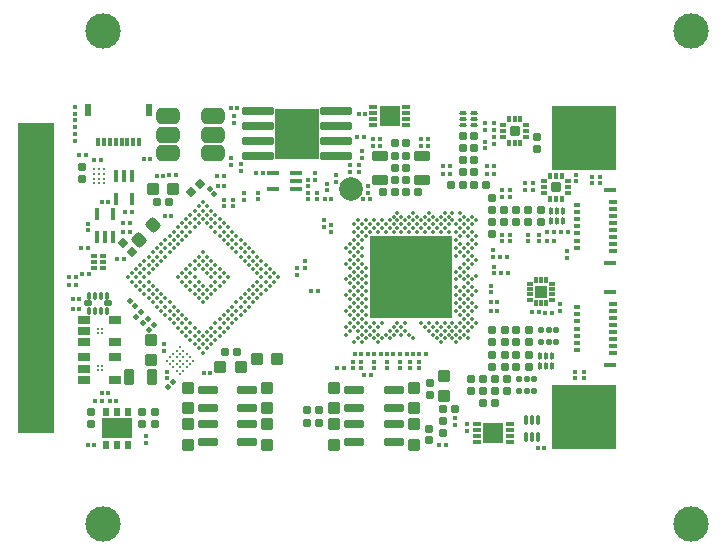
<source format=gbs>
G04*
G04 #@! TF.GenerationSoftware,Altium Limited,Altium Designer,19.1.6 (110)*
G04*
G04 Layer_Color=16711935*
%FSLAX44Y44*%
%MOMM*%
G71*
G01*
G75*
%ADD68R,3.1250X26.2500*%
%ADD78R,2.6000X0.7000*%
%ADD80C,0.2400*%
%ADD81C,0.3000*%
%ADD90C,2.0000*%
%ADD94C,3.0000*%
G04:AMPARAMS|DCode=95|XSize=0.6mm|YSize=0.7mm|CornerRadius=0.1mm|HoleSize=0mm|Usage=FLASHONLY|Rotation=90.000|XOffset=0mm|YOffset=0mm|HoleType=Round|Shape=RoundedRectangle|*
%AMROUNDEDRECTD95*
21,1,0.6000,0.5000,0,0,90.0*
21,1,0.4000,0.7000,0,0,90.0*
1,1,0.2000,0.2500,0.2000*
1,1,0.2000,0.2500,-0.2000*
1,1,0.2000,-0.2500,-0.2000*
1,1,0.2000,-0.2500,0.2000*
%
%ADD95ROUNDEDRECTD95*%
%ADD96R,0.4500X0.4000*%
G04:AMPARAMS|DCode=104|XSize=0.7mm|YSize=0.7mm|CornerRadius=0.11mm|HoleSize=0mm|Usage=FLASHONLY|Rotation=0.000|XOffset=0mm|YOffset=0mm|HoleType=Round|Shape=RoundedRectangle|*
%AMROUNDEDRECTD104*
21,1,0.7000,0.4800,0,0,0.0*
21,1,0.4800,0.7000,0,0,0.0*
1,1,0.2200,0.2400,-0.2400*
1,1,0.2200,-0.2400,-0.2400*
1,1,0.2200,-0.2400,0.2400*
1,1,0.2200,0.2400,0.2400*
%
%ADD104ROUNDEDRECTD104*%
%ADD105R,0.4000X0.4500*%
G04:AMPARAMS|DCode=106|XSize=1.4mm|YSize=0.9mm|CornerRadius=0.15mm|HoleSize=0mm|Usage=FLASHONLY|Rotation=90.000|XOffset=0mm|YOffset=0mm|HoleType=Round|Shape=RoundedRectangle|*
%AMROUNDEDRECTD106*
21,1,1.4000,0.6000,0,0,90.0*
21,1,1.1000,0.9000,0,0,90.0*
1,1,0.3000,0.3000,0.5500*
1,1,0.3000,0.3000,-0.5500*
1,1,0.3000,-0.3000,-0.5500*
1,1,0.3000,-0.3000,0.5500*
%
%ADD106ROUNDEDRECTD106*%
G04:AMPARAMS|DCode=107|XSize=0.4mm|YSize=0.45mm|CornerRadius=0mm|HoleSize=0mm|Usage=FLASHONLY|Rotation=45.000|XOffset=0mm|YOffset=0mm|HoleType=Round|Shape=Rectangle|*
%AMROTATEDRECTD107*
4,1,4,0.0177,-0.3005,-0.3005,0.0177,-0.0177,0.3005,0.3005,-0.0177,0.0177,-0.3005,0.0*
%
%ADD107ROTATEDRECTD107*%

G04:AMPARAMS|DCode=108|XSize=0.7mm|YSize=0.7mm|CornerRadius=0.11mm|HoleSize=0mm|Usage=FLASHONLY|Rotation=270.000|XOffset=0mm|YOffset=0mm|HoleType=Round|Shape=RoundedRectangle|*
%AMROUNDEDRECTD108*
21,1,0.7000,0.4800,0,0,270.0*
21,1,0.4800,0.7000,0,0,270.0*
1,1,0.2200,-0.2400,-0.2400*
1,1,0.2200,-0.2400,0.2400*
1,1,0.2200,0.2400,0.2400*
1,1,0.2200,0.2400,-0.2400*
%
%ADD108ROUNDEDRECTD108*%
G04:AMPARAMS|DCode=109|XSize=1.1mm|YSize=1mm|CornerRadius=0.1625mm|HoleSize=0mm|Usage=FLASHONLY|Rotation=270.000|XOffset=0mm|YOffset=0mm|HoleType=Round|Shape=RoundedRectangle|*
%AMROUNDEDRECTD109*
21,1,1.1000,0.6750,0,0,270.0*
21,1,0.7750,1.0000,0,0,270.0*
1,1,0.3250,-0.3375,-0.3875*
1,1,0.3250,-0.3375,0.3875*
1,1,0.3250,0.3375,0.3875*
1,1,0.3250,0.3375,-0.3875*
%
%ADD109ROUNDEDRECTD109*%
G04:AMPARAMS|DCode=110|XSize=1.1mm|YSize=1mm|CornerRadius=0.1625mm|HoleSize=0mm|Usage=FLASHONLY|Rotation=180.000|XOffset=0mm|YOffset=0mm|HoleType=Round|Shape=RoundedRectangle|*
%AMROUNDEDRECTD110*
21,1,1.1000,0.6750,0,0,180.0*
21,1,0.7750,1.0000,0,0,180.0*
1,1,0.3250,-0.3875,0.3375*
1,1,0.3250,0.3875,0.3375*
1,1,0.3250,0.3875,-0.3375*
1,1,0.3250,-0.3875,-0.3375*
%
%ADD110ROUNDEDRECTD110*%
G04:AMPARAMS|DCode=112|XSize=0.6mm|YSize=0.7mm|CornerRadius=0.1mm|HoleSize=0mm|Usage=FLASHONLY|Rotation=180.000|XOffset=0mm|YOffset=0mm|HoleType=Round|Shape=RoundedRectangle|*
%AMROUNDEDRECTD112*
21,1,0.6000,0.5000,0,0,180.0*
21,1,0.4000,0.7000,0,0,180.0*
1,1,0.2000,-0.2000,0.2500*
1,1,0.2000,0.2000,0.2500*
1,1,0.2000,0.2000,-0.2500*
1,1,0.2000,-0.2000,-0.2500*
%
%ADD112ROUNDEDRECTD112*%
G04:AMPARAMS|DCode=113|XSize=0.4mm|YSize=0.45mm|CornerRadius=0mm|HoleSize=0mm|Usage=FLASHONLY|Rotation=315.000|XOffset=0mm|YOffset=0mm|HoleType=Round|Shape=Rectangle|*
%AMROTATEDRECTD113*
4,1,4,-0.3005,-0.0177,0.0177,0.3005,0.3005,0.0177,-0.0177,-0.3005,-0.3005,-0.0177,0.0*
%
%ADD113ROTATEDRECTD113*%

%ADD114R,0.6000X0.8000*%
%ADD115R,2.6000X1.8000*%
G04:AMPARAMS|DCode=119|XSize=1.1mm|YSize=1.1mm|CornerRadius=0.2mm|HoleSize=0mm|Usage=FLASHONLY|Rotation=180.000|XOffset=0mm|YOffset=0mm|HoleType=Round|Shape=RoundedRectangle|*
%AMROUNDEDRECTD119*
21,1,1.1000,0.7000,0,0,180.0*
21,1,0.7000,1.1000,0,0,180.0*
1,1,0.4000,-0.3500,0.3500*
1,1,0.4000,0.3500,0.3500*
1,1,0.4000,0.3500,-0.3500*
1,1,0.4000,-0.3500,-0.3500*
%
%ADD119ROUNDEDRECTD119*%
%ADD120R,0.3000X0.4950*%
%ADD121R,0.4950X0.3000*%
G04:AMPARAMS|DCode=122|XSize=0.33mm|YSize=0.63mm|CornerRadius=0.1025mm|HoleSize=0mm|Usage=FLASHONLY|Rotation=0.000|XOffset=0mm|YOffset=0mm|HoleType=Round|Shape=RoundedRectangle|*
%AMROUNDEDRECTD122*
21,1,0.3300,0.4250,0,0,0.0*
21,1,0.1250,0.6300,0,0,0.0*
1,1,0.2050,0.0625,-0.2125*
1,1,0.2050,-0.0625,-0.2125*
1,1,0.2050,-0.0625,0.2125*
1,1,0.2050,0.0625,0.2125*
%
%ADD122ROUNDEDRECTD122*%
G04:AMPARAMS|DCode=124|XSize=0.6mm|YSize=0.7mm|CornerRadius=0.1mm|HoleSize=0mm|Usage=FLASHONLY|Rotation=45.000|XOffset=0mm|YOffset=0mm|HoleType=Round|Shape=RoundedRectangle|*
%AMROUNDEDRECTD124*
21,1,0.6000,0.5000,0,0,45.0*
21,1,0.4000,0.7000,0,0,45.0*
1,1,0.2000,0.3182,-0.0354*
1,1,0.2000,0.0354,-0.3182*
1,1,0.2000,-0.3182,0.0354*
1,1,0.2000,-0.0354,0.3182*
%
%ADD124ROUNDEDRECTD124*%
%ADD125R,5.5000X5.5000*%
%ADD140C,0.3500*%
%ADD173R,7.0000X7.0000*%
%ADD174R,1.8000X1.8000*%
%ADD175R,0.7400X0.3900*%
G04:AMPARAMS|DCode=176|XSize=0.65mm|YSize=2.7mm|CornerRadius=0.1875mm|HoleSize=0mm|Usage=FLASHONLY|Rotation=90.000|XOffset=0mm|YOffset=0mm|HoleType=Round|Shape=RoundedRectangle|*
%AMROUNDEDRECTD176*
21,1,0.6500,2.3250,0,0,90.0*
21,1,0.2750,2.7000,0,0,90.0*
1,1,0.3750,1.1625,0.1375*
1,1,0.3750,1.1625,-0.1375*
1,1,0.3750,-1.1625,-0.1375*
1,1,0.3750,-1.1625,0.1375*
%
%ADD176ROUNDEDRECTD176*%
%ADD177R,3.7000X4.3000*%
%ADD178R,0.6250X0.3500*%
G04:AMPARAMS|DCode=179|XSize=0.75mm|YSize=0.45mm|CornerRadius=0.1375mm|HoleSize=0mm|Usage=FLASHONLY|Rotation=180.000|XOffset=0mm|YOffset=0mm|HoleType=Round|Shape=RoundedRectangle|*
%AMROUNDEDRECTD179*
21,1,0.7500,0.1750,0,0,180.0*
21,1,0.4750,0.4500,0,0,180.0*
1,1,0.2750,-0.2375,0.0875*
1,1,0.2750,0.2375,0.0875*
1,1,0.2750,0.2375,-0.0875*
1,1,0.2750,-0.2375,-0.0875*
%
%ADD179ROUNDEDRECTD179*%
G04:AMPARAMS|DCode=180|XSize=0.65mm|YSize=0.4mm|CornerRadius=0.125mm|HoleSize=0mm|Usage=FLASHONLY|Rotation=270.000|XOffset=0mm|YOffset=0mm|HoleType=Round|Shape=RoundedRectangle|*
%AMROUNDEDRECTD180*
21,1,0.6500,0.1500,0,0,270.0*
21,1,0.4000,0.4000,0,0,270.0*
1,1,0.2500,-0.0750,-0.2000*
1,1,0.2500,-0.0750,0.2000*
1,1,0.2500,0.0750,0.2000*
1,1,0.2500,0.0750,-0.2000*
%
%ADD180ROUNDEDRECTD180*%
G04:AMPARAMS|DCode=181|XSize=0.65mm|YSize=0.35mm|CornerRadius=0.1125mm|HoleSize=0mm|Usage=FLASHONLY|Rotation=270.000|XOffset=0mm|YOffset=0mm|HoleType=Round|Shape=RoundedRectangle|*
%AMROUNDEDRECTD181*
21,1,0.6500,0.1250,0,0,270.0*
21,1,0.4250,0.3500,0,0,270.0*
1,1,0.2250,-0.0625,-0.2125*
1,1,0.2250,-0.0625,0.2125*
1,1,0.2250,0.0625,0.2125*
1,1,0.2250,0.0625,-0.2125*
%
%ADD181ROUNDEDRECTD181*%
%ADD182R,0.4000X0.8000*%
%ADD183R,0.5000X1.1000*%
%ADD184R,0.6000X0.4000*%
%ADD185R,0.8000X0.4000*%
%ADD186R,1.1000X0.4500*%
G04:AMPARAMS|DCode=187|XSize=1.7mm|YSize=0.6mm|CornerRadius=0.125mm|HoleSize=0mm|Usage=FLASHONLY|Rotation=0.000|XOffset=0mm|YOffset=0mm|HoleType=Round|Shape=RoundedRectangle|*
%AMROUNDEDRECTD187*
21,1,1.7000,0.3500,0,0,0.0*
21,1,1.4500,0.6000,0,0,0.0*
1,1,0.2500,0.7250,-0.1750*
1,1,0.2500,-0.7250,-0.1750*
1,1,0.2500,-0.7250,0.1750*
1,1,0.2500,0.7250,0.1750*
%
%ADD187ROUNDEDRECTD187*%
G04:AMPARAMS|DCode=188|XSize=1.4mm|YSize=0.9mm|CornerRadius=0.15mm|HoleSize=0mm|Usage=FLASHONLY|Rotation=0.000|XOffset=0mm|YOffset=0mm|HoleType=Round|Shape=RoundedRectangle|*
%AMROUNDEDRECTD188*
21,1,1.4000,0.6000,0,0,0.0*
21,1,1.1000,0.9000,0,0,0.0*
1,1,0.3000,0.5500,-0.3000*
1,1,0.3000,-0.5500,-0.3000*
1,1,0.3000,-0.5500,0.3000*
1,1,0.3000,0.5500,0.3000*
%
%ADD188ROUNDEDRECTD188*%
G04:AMPARAMS|DCode=189|XSize=0.3mm|YSize=0.55mm|CornerRadius=0.08mm|HoleSize=0mm|Usage=FLASHONLY|Rotation=90.000|XOffset=0mm|YOffset=0mm|HoleType=Round|Shape=RoundedRectangle|*
%AMROUNDEDRECTD189*
21,1,0.3000,0.3900,0,0,90.0*
21,1,0.1400,0.5500,0,0,90.0*
1,1,0.1600,0.1950,0.0700*
1,1,0.1600,0.1950,-0.0700*
1,1,0.1600,-0.1950,-0.0700*
1,1,0.1600,-0.1950,0.0700*
%
%ADD189ROUNDEDRECTD189*%
G04:AMPARAMS|DCode=190|XSize=0.3mm|YSize=0.55mm|CornerRadius=0.08mm|HoleSize=0mm|Usage=FLASHONLY|Rotation=0.000|XOffset=0mm|YOffset=0mm|HoleType=Round|Shape=RoundedRectangle|*
%AMROUNDEDRECTD190*
21,1,0.3000,0.3900,0,0,0.0*
21,1,0.1400,0.5500,0,0,0.0*
1,1,0.1600,0.0700,-0.1950*
1,1,0.1600,-0.0700,-0.1950*
1,1,0.1600,-0.0700,0.1950*
1,1,0.1600,0.0700,0.1950*
%
%ADD190ROUNDEDRECTD190*%
G04:AMPARAMS|DCode=191|XSize=0.9mm|YSize=0.9mm|CornerRadius=0.17mm|HoleSize=0mm|Usage=FLASHONLY|Rotation=180.000|XOffset=0mm|YOffset=0mm|HoleType=Round|Shape=RoundedRectangle|*
%AMROUNDEDRECTD191*
21,1,0.9000,0.5600,0,0,180.0*
21,1,0.5600,0.9000,0,0,180.0*
1,1,0.3400,-0.2800,0.2800*
1,1,0.3400,0.2800,0.2800*
1,1,0.3400,0.2800,-0.2800*
1,1,0.3400,-0.2800,-0.2800*
%
%ADD191ROUNDEDRECTD191*%
G04:AMPARAMS|DCode=192|XSize=0.55mm|YSize=0.45mm|CornerRadius=0.1025mm|HoleSize=0mm|Usage=FLASHONLY|Rotation=180.000|XOffset=0mm|YOffset=0mm|HoleType=Round|Shape=RoundedRectangle|*
%AMROUNDEDRECTD192*
21,1,0.5500,0.2450,0,0,180.0*
21,1,0.3450,0.4500,0,0,180.0*
1,1,0.2050,-0.1725,0.1225*
1,1,0.2050,0.1725,0.1225*
1,1,0.2050,0.1725,-0.1225*
1,1,0.2050,-0.1725,-0.1225*
%
%ADD192ROUNDEDRECTD192*%
%ADD193C,0.3000*%
G04:AMPARAMS|DCode=194|XSize=1.4mm|YSize=1.95mm|CornerRadius=0.375mm|HoleSize=0mm|Usage=FLASHONLY|Rotation=270.000|XOffset=0mm|YOffset=0mm|HoleType=Round|Shape=RoundedRectangle|*
%AMROUNDEDRECTD194*
21,1,1.4000,1.2000,0,0,270.0*
21,1,0.6500,1.9500,0,0,270.0*
1,1,0.7500,-0.6000,-0.3250*
1,1,0.7500,-0.6000,0.3250*
1,1,0.7500,0.6000,0.3250*
1,1,0.7500,0.6000,-0.3250*
%
%ADD194ROUNDEDRECTD194*%
%ADD195R,0.4600X1.1000*%
G04:AMPARAMS|DCode=196|XSize=0.4mm|YSize=0.8mm|CornerRadius=0.125mm|HoleSize=0mm|Usage=FLASHONLY|Rotation=180.000|XOffset=0mm|YOffset=0mm|HoleType=Round|Shape=RoundedRectangle|*
%AMROUNDEDRECTD196*
21,1,0.4000,0.5500,0,0,180.0*
21,1,0.1500,0.8000,0,0,180.0*
1,1,0.2500,-0.0750,0.2750*
1,1,0.2500,0.0750,0.2750*
1,1,0.2500,0.0750,-0.2750*
1,1,0.2500,-0.0750,-0.2750*
%
%ADD196ROUNDEDRECTD196*%
%ADD197R,1.1000X0.4600*%
G04:AMPARAMS|DCode=198|XSize=1.1mm|YSize=1mm|CornerRadius=0.1625mm|HoleSize=0mm|Usage=FLASHONLY|Rotation=315.000|XOffset=0mm|YOffset=0mm|HoleType=Round|Shape=RoundedRectangle|*
%AMROUNDEDRECTD198*
21,1,1.1000,0.6750,0,0,315.0*
21,1,0.7750,1.0000,0,0,315.0*
1,1,0.3250,0.0354,-0.5127*
1,1,0.3250,-0.5127,0.0354*
1,1,0.3250,-0.0354,0.5127*
1,1,0.3250,0.5127,-0.0354*
%
%ADD198ROUNDEDRECTD198*%
G04:AMPARAMS|DCode=199|XSize=0.6mm|YSize=0.7mm|CornerRadius=0.1mm|HoleSize=0mm|Usage=FLASHONLY|Rotation=135.000|XOffset=0mm|YOffset=0mm|HoleType=Round|Shape=RoundedRectangle|*
%AMROUNDEDRECTD199*
21,1,0.6000,0.5000,0,0,135.0*
21,1,0.4000,0.7000,0,0,135.0*
1,1,0.2000,0.0354,0.3182*
1,1,0.2000,0.3182,0.0354*
1,1,0.2000,-0.0354,-0.3182*
1,1,0.2000,-0.3182,-0.0354*
%
%ADD199ROUNDEDRECTD199*%
G04:AMPARAMS|DCode=200|XSize=0.33mm|YSize=0.63mm|CornerRadius=0.1025mm|HoleSize=0mm|Usage=FLASHONLY|Rotation=90.000|XOffset=0mm|YOffset=0mm|HoleType=Round|Shape=RoundedRectangle|*
%AMROUNDEDRECTD200*
21,1,0.3300,0.4250,0,0,90.0*
21,1,0.1250,0.6300,0,0,90.0*
1,1,0.2050,0.2125,0.0625*
1,1,0.2050,0.2125,-0.0625*
1,1,0.2050,-0.2125,-0.0625*
1,1,0.2050,-0.2125,0.0625*
%
%ADD200ROUNDEDRECTD200*%
G04:AMPARAMS|DCode=201|XSize=0.7mm|YSize=1.1mm|CornerRadius=0.125mm|HoleSize=0mm|Usage=FLASHONLY|Rotation=90.000|XOffset=0mm|YOffset=0mm|HoleType=Round|Shape=RoundedRectangle|*
%AMROUNDEDRECTD201*
21,1,0.7000,0.8500,0,0,90.0*
21,1,0.4500,1.1000,0,0,90.0*
1,1,0.2500,0.4250,0.2250*
1,1,0.2500,0.4250,-0.2250*
1,1,0.2500,-0.4250,-0.2250*
1,1,0.2500,-0.4250,0.2250*
%
%ADD201ROUNDEDRECTD201*%
D68*
X-26875Y148250D02*
D03*
D78*
X-25000Y262497D02*
D03*
Y254497D02*
D03*
X-25000Y246497D02*
D03*
Y238497D02*
D03*
Y230497D02*
D03*
Y222497D02*
D03*
X-25000Y214497D02*
D03*
Y206497D02*
D03*
X-25000Y166497D02*
D03*
X-25000Y158497D02*
D03*
Y150497D02*
D03*
Y142497D02*
D03*
Y134497D02*
D03*
Y126497D02*
D03*
Y118497D02*
D03*
Y110497D02*
D03*
Y102497D02*
D03*
Y94497D02*
D03*
Y86497D02*
D03*
Y78497D02*
D03*
Y70497D02*
D03*
Y62497D02*
D03*
Y54497D02*
D03*
X-25000Y46497D02*
D03*
Y38497D02*
D03*
Y30497D02*
D03*
D80*
X25500Y69750D02*
D03*
X29000D02*
D03*
X25500Y73250D02*
D03*
X29000D02*
D03*
Y105000D02*
D03*
X25500D02*
D03*
X29000Y101500D02*
D03*
X25500D02*
D03*
D81*
X106478Y78085D02*
D03*
X83851D02*
D03*
X86679Y80914D02*
D03*
X89508Y83742D02*
D03*
X92336Y86571D02*
D03*
X95164Y89399D02*
D03*
X100821Y72429D02*
D03*
X103650Y75257D02*
D03*
X89508Y72429D02*
D03*
X92336Y75257D02*
D03*
X95164Y78085D02*
D03*
X97993Y80914D02*
D03*
X100821Y83742D02*
D03*
X95164Y66772D02*
D03*
X92336Y69600D02*
D03*
X95164Y72429D02*
D03*
X97993Y75257D02*
D03*
X100821Y78085D02*
D03*
X103650Y80914D02*
D03*
X86679Y75257D02*
D03*
X89508Y78085D02*
D03*
X92336Y80914D02*
D03*
X97993Y69600D02*
D03*
X95164Y83742D02*
D03*
X97993Y86571D02*
D03*
D90*
X240250Y223500D02*
D03*
D94*
X30000Y357300D02*
D03*
X528250Y357300D02*
D03*
Y-60300D02*
D03*
X30050Y-60250D02*
D03*
D95*
X327750Y37250D02*
D03*
X317750D02*
D03*
X143500Y85000D02*
D03*
X133500D02*
D03*
X75750Y211969D02*
D03*
X85750D02*
D03*
X361771Y42000D02*
D03*
X351771D02*
D03*
X361975Y52535D02*
D03*
X351975D02*
D03*
X361975Y62535D02*
D03*
X351975D02*
D03*
X287000Y231000D02*
D03*
X277000D02*
D03*
X344500Y237500D02*
D03*
X334500D02*
D03*
Y268500D02*
D03*
X344500D02*
D03*
X277000Y262000D02*
D03*
X287000D02*
D03*
X380025Y83045D02*
D03*
X370025D02*
D03*
X380025Y73045D02*
D03*
X370025D02*
D03*
X380000Y205500D02*
D03*
X390000D02*
D03*
Y195500D02*
D03*
X380000D02*
D03*
X370025Y94045D02*
D03*
X380025D02*
D03*
X370025Y104045D02*
D03*
X380025D02*
D03*
D96*
X149247Y219950D02*
D03*
Y214350D02*
D03*
X422500Y170800D02*
D03*
Y165200D02*
D03*
X429500Y68850D02*
D03*
Y63250D02*
D03*
X437000Y68800D02*
D03*
Y63200D02*
D03*
X66750Y8750D02*
D03*
Y14350D02*
D03*
X338500Y18700D02*
D03*
Y24300D02*
D03*
X327750Y29300D02*
D03*
Y23700D02*
D03*
X220000Y222200D02*
D03*
Y227800D02*
D03*
X227250Y229700D02*
D03*
Y235300D02*
D03*
X209950Y236850D02*
D03*
Y231250D02*
D03*
X138500Y243750D02*
D03*
Y249350D02*
D03*
X210950Y220300D02*
D03*
Y214700D02*
D03*
X146500Y244300D02*
D03*
Y238700D02*
D03*
X203500Y225700D02*
D03*
Y231300D02*
D03*
X203500Y214700D02*
D03*
Y220300D02*
D03*
X141000Y279450D02*
D03*
Y285050D02*
D03*
X161125Y214575D02*
D03*
Y220175D02*
D03*
X17050Y194100D02*
D03*
Y188500D02*
D03*
X6500Y292750D02*
D03*
Y287150D02*
D03*
X390250Y179200D02*
D03*
Y184800D02*
D03*
X399000D02*
D03*
Y179200D02*
D03*
X387250Y222700D02*
D03*
Y228300D02*
D03*
X393750D02*
D03*
Y222700D02*
D03*
X374250Y178950D02*
D03*
Y184550D02*
D03*
X367750D02*
D03*
Y178950D02*
D03*
X374500Y222300D02*
D03*
Y216700D02*
D03*
X368000Y216700D02*
D03*
Y222300D02*
D03*
X194250Y156550D02*
D03*
Y150950D02*
D03*
X201000Y156550D02*
D03*
Y162150D02*
D03*
X353500Y257950D02*
D03*
Y263550D02*
D03*
X241750Y77300D02*
D03*
Y71700D02*
D03*
X84000Y63200D02*
D03*
Y68800D02*
D03*
X246750Y243300D02*
D03*
Y237700D02*
D03*
X6500Y264000D02*
D03*
Y269600D02*
D03*
X6500Y275950D02*
D03*
Y281550D02*
D03*
X239250Y243300D02*
D03*
Y237700D02*
D03*
X249750Y249950D02*
D03*
Y255550D02*
D03*
X81500Y86450D02*
D03*
Y92050D02*
D03*
X416750Y120450D02*
D03*
Y126050D02*
D03*
X358500Y135950D02*
D03*
Y141550D02*
D03*
X361000Y157650D02*
D03*
Y152050D02*
D03*
X450750Y228200D02*
D03*
X450750Y233800D02*
D03*
X444250Y228200D02*
D03*
Y233800D02*
D03*
X430200Y235350D02*
D03*
Y229750D02*
D03*
X353750Y278850D02*
D03*
X353750Y273250D02*
D03*
X361250Y278850D02*
D03*
Y273250D02*
D03*
X361000Y261700D02*
D03*
Y267300D02*
D03*
X140000Y214350D02*
D03*
Y208750D02*
D03*
X132610D02*
D03*
Y214350D02*
D03*
X254250Y225800D02*
D03*
Y220200D02*
D03*
X223250Y192550D02*
D03*
Y186950D02*
D03*
X216750Y196800D02*
D03*
Y191200D02*
D03*
X290000Y71700D02*
D03*
Y77300D02*
D03*
X281500Y71700D02*
D03*
Y77300D02*
D03*
X270750Y71700D02*
D03*
Y77300D02*
D03*
X298000Y71700D02*
D03*
Y77300D02*
D03*
X259700Y71700D02*
D03*
Y77300D02*
D03*
X248750Y71700D02*
D03*
Y77300D02*
D03*
X360000Y165950D02*
D03*
Y171550D02*
D03*
D104*
X390525Y104045D02*
D03*
Y94045D02*
D03*
X372475Y62535D02*
D03*
Y52535D02*
D03*
X317500Y26750D02*
D03*
X317500Y16750D02*
D03*
X73745Y24750D02*
D03*
Y34750D02*
D03*
X359000Y205500D02*
D03*
X359000Y215500D02*
D03*
Y195500D02*
D03*
Y185500D02*
D03*
X306500Y58750D02*
D03*
Y48750D02*
D03*
X305750Y20500D02*
D03*
Y10500D02*
D03*
D105*
X11709Y173846D02*
D03*
X17309D02*
D03*
X28950Y50750D02*
D03*
X34550D02*
D03*
X85950Y235250D02*
D03*
X91550D02*
D03*
X126700Y234750D02*
D03*
X132300D02*
D03*
X320300Y7000D02*
D03*
X314700D02*
D03*
X246450Y287250D02*
D03*
X252050D02*
D03*
X398250Y4000D02*
D03*
X403850D02*
D03*
X54300Y203500D02*
D03*
X48700D02*
D03*
X143800Y292250D02*
D03*
X138200D02*
D03*
X35766Y43666D02*
D03*
X41366D02*
D03*
X23438D02*
D03*
X29038D02*
D03*
X165550Y236854D02*
D03*
X159950D02*
D03*
X12450Y151750D02*
D03*
X18050D02*
D03*
X46950Y194500D02*
D03*
X52550D02*
D03*
X52550Y187000D02*
D03*
X46950D02*
D03*
X34550Y212750D02*
D03*
X28950D02*
D03*
X47550Y163750D02*
D03*
X41950D02*
D03*
X406200Y179750D02*
D03*
X411800D02*
D03*
X418150Y187000D02*
D03*
X423750D02*
D03*
X406150D02*
D03*
X411750D02*
D03*
X305300Y266000D02*
D03*
X299700D02*
D03*
X264300Y259500D02*
D03*
X258700D02*
D03*
X299700D02*
D03*
X305300D02*
D03*
X258700Y266000D02*
D03*
X264300D02*
D03*
X361100Y242500D02*
D03*
X355500D02*
D03*
Y236000D02*
D03*
X361100D02*
D03*
X317900Y242500D02*
D03*
X323500D02*
D03*
Y236000D02*
D03*
X317900D02*
D03*
X223300Y214750D02*
D03*
X217700D02*
D03*
X81000Y234450D02*
D03*
X75400D02*
D03*
X127000Y225550D02*
D03*
X132600D02*
D03*
X257050Y65750D02*
D03*
X251450D02*
D03*
X234000Y71707D02*
D03*
X228400D02*
D03*
X211975Y136970D02*
D03*
X206375D02*
D03*
X245500Y267800D02*
D03*
X251100D02*
D03*
X64650Y248450D02*
D03*
X70250D02*
D03*
X28100Y248250D02*
D03*
X22500D02*
D03*
X10000Y252500D02*
D03*
X15600D02*
D03*
X115357Y67707D02*
D03*
X120957D02*
D03*
X364050Y120150D02*
D03*
X358450D02*
D03*
X10050Y130500D02*
D03*
X4450Y130500D02*
D03*
X10050Y122058D02*
D03*
X4450D02*
D03*
X17195Y6750D02*
D03*
X22795Y6750D02*
D03*
X7043Y142417D02*
D03*
X1443D02*
D03*
X7043Y148747D02*
D03*
X1443D02*
D03*
X393185Y119100D02*
D03*
X398785Y119100D02*
D03*
X410050Y118500D02*
D03*
X404450D02*
D03*
X87979Y200750D02*
D03*
X82379D02*
D03*
X364050Y127500D02*
D03*
X358450D02*
D03*
X256050Y214500D02*
D03*
X250450D02*
D03*
X292665Y84000D02*
D03*
X287065D02*
D03*
X281550D02*
D03*
X275950D02*
D03*
X270750D02*
D03*
X265150D02*
D03*
X297950D02*
D03*
X303550D02*
D03*
X259750D02*
D03*
X254150D02*
D03*
X248750D02*
D03*
X243150D02*
D03*
X371850Y165950D02*
D03*
X366250D02*
D03*
X367450Y152050D02*
D03*
X373050D02*
D03*
D106*
X51750Y64500D02*
D03*
X71750D02*
D03*
D107*
X85406Y55599D02*
D03*
X89366Y59559D02*
D03*
X69372Y104062D02*
D03*
X73331Y108022D02*
D03*
X58411Y115022D02*
D03*
X62371Y118982D02*
D03*
X67851Y113502D02*
D03*
X63892Y109542D02*
D03*
D108*
X287000Y220500D02*
D03*
X297000D02*
D03*
X277000D02*
D03*
X267000D02*
D03*
X334500Y227000D02*
D03*
X324500D02*
D03*
X344500D02*
D03*
X354500D02*
D03*
X212750Y36500D02*
D03*
X202750D02*
D03*
X212750Y25500D02*
D03*
X202750D02*
D03*
D109*
X160500Y79500D02*
D03*
X177500D02*
D03*
X146500Y72750D02*
D03*
X129500D02*
D03*
X72250Y223000D02*
D03*
X89250D02*
D03*
D110*
X226000Y24000D02*
D03*
Y7000D02*
D03*
X318500Y64750D02*
D03*
Y47750D02*
D03*
X70289Y95250D02*
D03*
Y78250D02*
D03*
X169250Y55000D02*
D03*
Y38000D02*
D03*
X102250Y55000D02*
D03*
Y38000D02*
D03*
X169250Y7000D02*
D03*
Y24000D02*
D03*
X102250D02*
D03*
Y7000D02*
D03*
X293000Y38000D02*
D03*
Y55000D02*
D03*
X226000Y55000D02*
D03*
Y38000D02*
D03*
X293000Y7000D02*
D03*
Y24000D02*
D03*
D112*
X12250Y242250D02*
D03*
Y232250D02*
D03*
X397500Y267000D02*
D03*
Y257000D02*
D03*
X341475Y52535D02*
D03*
Y62535D02*
D03*
X63245Y24750D02*
D03*
Y34750D02*
D03*
X20104Y24750D02*
D03*
Y34750D02*
D03*
X334500Y248000D02*
D03*
Y258000D02*
D03*
X344500D02*
D03*
Y248000D02*
D03*
X287000Y251500D02*
D03*
Y241500D02*
D03*
X277000D02*
D03*
Y251500D02*
D03*
X359525Y73045D02*
D03*
Y83045D02*
D03*
X390525Y73045D02*
D03*
Y83045D02*
D03*
X400500Y205500D02*
D03*
Y195500D02*
D03*
X369500D02*
D03*
Y205500D02*
D03*
X359525Y104045D02*
D03*
Y94045D02*
D03*
D113*
X120270Y223230D02*
D03*
X124230Y219270D02*
D03*
X52931Y128422D02*
D03*
X56891Y124462D02*
D03*
D114*
X51250Y34750D02*
D03*
X41750D02*
D03*
X32250D02*
D03*
Y6750D02*
D03*
X41750D02*
D03*
X51250D02*
D03*
D115*
X41750Y20750D02*
D03*
D119*
X401000Y136500D02*
D03*
D120*
X405000Y126975D02*
D03*
X401000Y126975D02*
D03*
X397000D02*
D03*
Y146025D02*
D03*
X401000Y146025D02*
D03*
X405000D02*
D03*
D121*
X410525Y143250D02*
D03*
X410525Y138750D02*
D03*
Y134250D02*
D03*
X410525Y129750D02*
D03*
X391475Y129750D02*
D03*
Y134250D02*
D03*
Y138750D02*
D03*
X391475Y143250D02*
D03*
D122*
X404827Y82295D02*
D03*
X409827D02*
D03*
X404827Y73795D02*
D03*
X409827D02*
D03*
X399827D02*
D03*
Y82295D02*
D03*
X419510Y196250D02*
D03*
X414510D02*
D03*
X419510Y204750D02*
D03*
X414510D02*
D03*
X409510D02*
D03*
Y196250D02*
D03*
D124*
X47214Y177285D02*
D03*
X54285Y170215D02*
D03*
D125*
X437500Y30500D02*
D03*
Y266500D02*
D03*
D140*
X329295Y93510D02*
D03*
X332625Y96840D02*
D03*
X335955Y100170D02*
D03*
X339285Y103500D02*
D03*
X342615Y106830D02*
D03*
X345945Y110160D02*
D03*
X342615Y113490D02*
D03*
X339285Y110160D02*
D03*
X332625Y103500D02*
D03*
X335955Y106830D02*
D03*
X325965Y96840D02*
D03*
X329295Y100170D02*
D03*
X325965Y103500D02*
D03*
X322635Y100170D02*
D03*
X332625Y110160D02*
D03*
X329295Y106830D02*
D03*
X335955Y113490D02*
D03*
X339285Y116820D02*
D03*
X322635Y106830D02*
D03*
X319305Y103500D02*
D03*
X325965Y110160D02*
D03*
X335955Y120150D02*
D03*
X332625Y116820D02*
D03*
X312645Y96840D02*
D03*
X315975Y100170D02*
D03*
Y93510D02*
D03*
X319305Y96840D02*
D03*
X342615Y126810D02*
D03*
X339285Y123480D02*
D03*
X345945D02*
D03*
X342615Y120150D02*
D03*
X335955Y126810D02*
D03*
X339285Y130140D02*
D03*
X329295Y120150D02*
D03*
X332625Y123480D02*
D03*
X315975Y106830D02*
D03*
X319305Y110160D02*
D03*
X309315Y100170D02*
D03*
X312645Y103500D02*
D03*
X309315Y106830D02*
D03*
X305985Y103500D02*
D03*
X312645Y110160D02*
D03*
X305985D02*
D03*
X302655Y106830D02*
D03*
X299325Y110160D02*
D03*
X345945Y136800D02*
D03*
X342615Y133470D02*
D03*
X339285Y136800D02*
D03*
X342615Y140130D02*
D03*
X329295Y126810D02*
D03*
X335955Y133470D02*
D03*
X332625Y130140D02*
D03*
X342615Y146790D02*
D03*
X332625Y136800D02*
D03*
X329295Y133470D02*
D03*
X339285Y143460D02*
D03*
X335955Y140130D02*
D03*
X329295D02*
D03*
X335955Y146790D02*
D03*
Y153450D02*
D03*
X339285Y156780D02*
D03*
X329295Y146790D02*
D03*
X332625Y150120D02*
D03*
X345945Y163440D02*
D03*
X342615Y160110D02*
D03*
X335955D02*
D03*
X339285Y163440D02*
D03*
X329295Y153450D02*
D03*
X332625Y156780D02*
D03*
X342615Y166770D02*
D03*
X335955D02*
D03*
X339285Y170100D02*
D03*
X345945Y176760D02*
D03*
X342615Y173430D02*
D03*
X335955D02*
D03*
X339285Y176760D02*
D03*
X329295Y166770D02*
D03*
X332625Y170100D02*
D03*
X345945Y183420D02*
D03*
X342615Y180090D02*
D03*
X339285Y183420D02*
D03*
X329295Y173430D02*
D03*
X332625Y176760D02*
D03*
X339285Y190081D02*
D03*
X329295Y180090D02*
D03*
X332625Y183420D02*
D03*
X345945Y196740D02*
D03*
X342615Y193410D02*
D03*
X335955D02*
D03*
X339285Y196740D02*
D03*
X332625Y190081D02*
D03*
X342615Y200070D02*
D03*
X335955D02*
D03*
X329295Y193410D02*
D03*
X332625Y196740D02*
D03*
X339285Y96840D02*
D03*
X286005Y110160D02*
D03*
X279345D02*
D03*
X282675Y106830D02*
D03*
X286005Y103500D02*
D03*
X289335Y100170D02*
D03*
X292665Y96840D02*
D03*
X276015Y106830D02*
D03*
X279345Y103500D02*
D03*
X276015Y100170D02*
D03*
X272685Y103500D02*
D03*
Y96840D02*
D03*
X269355Y100170D02*
D03*
X282675D02*
D03*
X266025Y96840D02*
D03*
X262695Y93510D02*
D03*
X259365Y96840D02*
D03*
X262695Y100170D02*
D03*
X266025Y110160D02*
D03*
X262695Y106830D02*
D03*
X259365Y103500D02*
D03*
X252705Y96840D02*
D03*
X256035Y100170D02*
D03*
X249375Y93510D02*
D03*
X242715D02*
D03*
X249375Y100170D02*
D03*
X246045Y96840D02*
D03*
X252705Y103500D02*
D03*
X256035Y106830D02*
D03*
X259365Y110160D02*
D03*
X246045Y103500D02*
D03*
X249375Y106830D02*
D03*
X252705Y110160D02*
D03*
X236054Y100170D02*
D03*
X242715Y106830D02*
D03*
X239385Y103500D02*
D03*
X246045Y110160D02*
D03*
X249375Y113490D02*
D03*
X252705Y116820D02*
D03*
X236054Y106830D02*
D03*
X242715Y113490D02*
D03*
X239385Y110160D02*
D03*
X246045Y116820D02*
D03*
X249375Y120150D02*
D03*
X252705Y123480D02*
D03*
X242715Y120150D02*
D03*
X239385Y116820D02*
D03*
X246045Y123480D02*
D03*
X249375Y126810D02*
D03*
X252705Y130140D02*
D03*
X236054Y120150D02*
D03*
X242715Y126810D02*
D03*
X239385Y123480D02*
D03*
X246045Y130140D02*
D03*
X249375Y133470D02*
D03*
X252705Y136800D02*
D03*
X242715Y133470D02*
D03*
X239385Y130140D02*
D03*
X246045Y136800D02*
D03*
X249375Y140130D02*
D03*
X252705Y143460D02*
D03*
X236054Y133470D02*
D03*
X242715Y140130D02*
D03*
X239385Y136800D02*
D03*
X246045Y143460D02*
D03*
X249375Y146790D02*
D03*
X252705Y150120D02*
D03*
X242715Y146790D02*
D03*
X239385Y143460D02*
D03*
X246045Y150120D02*
D03*
X249375Y153450D02*
D03*
X252705Y156781D02*
D03*
X236054Y146791D02*
D03*
X242715Y153450D02*
D03*
X239385Y150120D02*
D03*
X246045Y156781D02*
D03*
X249375Y160110D02*
D03*
X242715Y160111D02*
D03*
X239385Y156781D02*
D03*
X246045Y163441D02*
D03*
X249375Y166771D02*
D03*
X236054Y160111D02*
D03*
X242715Y166771D02*
D03*
X239385Y163441D02*
D03*
X246045Y170101D02*
D03*
X249375Y173431D02*
D03*
X239385Y170101D02*
D03*
X246045Y176761D02*
D03*
X242715Y173431D02*
D03*
X249375Y180091D02*
D03*
X252705Y183421D02*
D03*
X256035Y186751D02*
D03*
X236054Y173431D02*
D03*
X242715Y180091D02*
D03*
X239385Y176761D02*
D03*
X246045Y183421D02*
D03*
X249375Y186751D02*
D03*
X252705Y190081D02*
D03*
X259365Y196741D02*
D03*
X256035Y193411D02*
D03*
X262695D02*
D03*
X259365Y190081D02*
D03*
X252705Y196741D02*
D03*
X249375Y193411D02*
D03*
X246045Y190081D02*
D03*
X242715Y186751D02*
D03*
X246045Y196741D02*
D03*
X242715Y193411D02*
D03*
X262695Y186751D02*
D03*
X269355D02*
D03*
X276015D02*
D03*
X282675D02*
D03*
X289335D02*
D03*
X295995D02*
D03*
X302655D02*
D03*
X309315D02*
D03*
X315975D02*
D03*
X322635D02*
D03*
X329295D02*
D03*
X335955D02*
D03*
X342615D02*
D03*
X266025Y190081D02*
D03*
X272685D02*
D03*
X279345D02*
D03*
X286005D02*
D03*
X292665D02*
D03*
X299325D02*
D03*
X305985D02*
D03*
X319305D02*
D03*
X312645D02*
D03*
X322635Y193411D02*
D03*
X315975D02*
D03*
X309315D02*
D03*
X302655D02*
D03*
X295995D02*
D03*
X289335D02*
D03*
X282675D02*
D03*
X276015D02*
D03*
X269355D02*
D03*
X319305Y196741D02*
D03*
X312645D02*
D03*
X305985D02*
D03*
X299325D02*
D03*
X292665D02*
D03*
X286005D02*
D03*
X279345D02*
D03*
X272685D02*
D03*
X266025D02*
D03*
X325965D02*
D03*
X332625Y203400D02*
D03*
X322635Y200071D02*
D03*
X276015D02*
D03*
X282675D02*
D03*
X289335D02*
D03*
X295995D02*
D03*
X302655D02*
D03*
X309315D02*
D03*
X315975D02*
D03*
X325965Y203401D02*
D03*
X319305D02*
D03*
X305985D02*
D03*
X292665D02*
D03*
X279345D02*
D03*
X345945Y150120D02*
D03*
X339285D02*
D03*
X125274Y187391D02*
D03*
X121738Y190926D02*
D03*
X118203Y194462D02*
D03*
X121738Y197997D02*
D03*
X51028Y148500D02*
D03*
X54563Y144965D02*
D03*
X58099Y141429D02*
D03*
X61634Y137893D02*
D03*
X65170Y134358D02*
D03*
X68705Y130822D02*
D03*
X72241Y127287D02*
D03*
X75776Y123751D02*
D03*
X79312Y120216D02*
D03*
X82847Y116680D02*
D03*
X86383Y113145D02*
D03*
X89918Y109609D02*
D03*
X93454Y106074D02*
D03*
X96990Y102538D02*
D03*
X100525Y99003D02*
D03*
X104061Y95467D02*
D03*
X107596Y91931D02*
D03*
X111132Y88396D02*
D03*
X114667Y84860D02*
D03*
X54563Y152036D02*
D03*
X58099Y148500D02*
D03*
X61634Y144965D02*
D03*
X65170Y141429D02*
D03*
X68705Y137893D02*
D03*
X72241Y134358D02*
D03*
X75776Y130822D02*
D03*
X79312Y127287D02*
D03*
X82847Y123751D02*
D03*
X86383Y120216D02*
D03*
X89918Y116680D02*
D03*
X93454Y113145D02*
D03*
X96990Y109609D02*
D03*
X100525Y106074D02*
D03*
X104061Y102538D02*
D03*
X107596Y99003D02*
D03*
X111132Y95467D02*
D03*
X114667Y91931D02*
D03*
X118203Y88396D02*
D03*
X58099Y155571D02*
D03*
X61634Y152036D02*
D03*
X65170Y148500D02*
D03*
X68705Y144965D02*
D03*
X72241Y141429D02*
D03*
X75777Y137893D02*
D03*
X79312Y134358D02*
D03*
X82847Y130822D02*
D03*
X86383Y127287D02*
D03*
X89919Y123751D02*
D03*
X93454Y120216D02*
D03*
X96990Y116680D02*
D03*
X100525Y113145D02*
D03*
X104061Y109609D02*
D03*
X107596Y106074D02*
D03*
X111132Y102538D02*
D03*
X114667Y99003D02*
D03*
X118203Y95467D02*
D03*
X121738Y91931D02*
D03*
X61634Y159107D02*
D03*
X65170Y155571D02*
D03*
X68705Y152036D02*
D03*
X118203Y102538D02*
D03*
X121738Y99003D02*
D03*
X125274Y95467D02*
D03*
X65170Y162642D02*
D03*
X68705Y159107D02*
D03*
X72241Y155571D02*
D03*
X121738Y106074D02*
D03*
X125274Y102538D02*
D03*
X128809Y99003D02*
D03*
X68705Y166178D02*
D03*
X72241Y162642D02*
D03*
X75776Y159107D02*
D03*
X125274Y109609D02*
D03*
X128809Y106074D02*
D03*
X132345Y102538D02*
D03*
X72241Y169713D02*
D03*
X75776Y166178D02*
D03*
X79312Y162642D02*
D03*
X93454Y148500D02*
D03*
X96990Y144965D02*
D03*
X100525Y141429D02*
D03*
X104061Y137893D02*
D03*
X107596Y134358D02*
D03*
X111132Y130822D02*
D03*
X114667Y127287D02*
D03*
X128809Y113145D02*
D03*
X132345Y109609D02*
D03*
X135880Y106074D02*
D03*
X75777Y173249D02*
D03*
X82847Y166178D02*
D03*
X96990Y152036D02*
D03*
X100525Y148500D02*
D03*
X104061Y144965D02*
D03*
X107596Y141429D02*
D03*
X111132Y137893D02*
D03*
X114667Y134358D02*
D03*
X118203Y130822D02*
D03*
X132345Y116680D02*
D03*
X135880Y113145D02*
D03*
X139416Y109609D02*
D03*
X79312Y176784D02*
D03*
X86383Y169713D02*
D03*
X100525Y155571D02*
D03*
X104061Y152036D02*
D03*
X107596Y148500D02*
D03*
X111132Y144965D02*
D03*
X114667Y141429D02*
D03*
X118203Y137893D02*
D03*
X121738Y134358D02*
D03*
X135880Y120216D02*
D03*
X139416Y116680D02*
D03*
X142952Y113145D02*
D03*
X82847Y180320D02*
D03*
X86383Y176784D02*
D03*
X89919Y173249D02*
D03*
X104061Y159107D02*
D03*
X107596Y155571D02*
D03*
X121738Y141429D02*
D03*
X125274Y137893D02*
D03*
X139416Y123751D02*
D03*
X142952Y120216D02*
D03*
X146487Y116680D02*
D03*
X86383Y183855D02*
D03*
X89918Y180320D02*
D03*
X93454Y176784D02*
D03*
X107596Y162642D02*
D03*
X111132Y159107D02*
D03*
X114667Y155571D02*
D03*
X118203Y152036D02*
D03*
X121738Y148500D02*
D03*
X125274Y144965D02*
D03*
X128809Y141429D02*
D03*
X142951Y127287D02*
D03*
X146487Y123751D02*
D03*
X150023Y120216D02*
D03*
X89918Y187391D02*
D03*
X93454Y183855D02*
D03*
X96990Y180320D02*
D03*
X111132Y166178D02*
D03*
X114667Y162642D02*
D03*
X118203Y159107D02*
D03*
X121738Y155571D02*
D03*
X125274Y152036D02*
D03*
X128809Y148500D02*
D03*
X132345Y144965D02*
D03*
X146487Y130822D02*
D03*
X150023Y127287D02*
D03*
X153558Y123751D02*
D03*
X93454Y190926D02*
D03*
X96990Y187391D02*
D03*
X100525Y183855D02*
D03*
X114667Y169713D02*
D03*
X118203Y166178D02*
D03*
X121738Y162642D02*
D03*
X125274Y159107D02*
D03*
X128809Y155571D02*
D03*
X132345Y152036D02*
D03*
X135880Y148500D02*
D03*
X150023Y134358D02*
D03*
X153558Y130822D02*
D03*
X157094Y127287D02*
D03*
X96990Y194462D02*
D03*
X100525Y190926D02*
D03*
X104061Y187391D02*
D03*
X153558Y137893D02*
D03*
X157094Y134358D02*
D03*
X160629Y130822D02*
D03*
X100525Y197997D02*
D03*
X104061Y194462D02*
D03*
X107596Y190926D02*
D03*
X157094Y141429D02*
D03*
X160629Y137893D02*
D03*
X164165Y134358D02*
D03*
X104061Y201533D02*
D03*
X107596Y197997D02*
D03*
X111132Y194462D02*
D03*
X160629Y144965D02*
D03*
X164165Y141429D02*
D03*
X167700Y137893D02*
D03*
X107596Y205068D02*
D03*
X111132Y201533D02*
D03*
X114667Y197997D02*
D03*
X128809Y183855D02*
D03*
X132345Y180320D02*
D03*
X135880Y176784D02*
D03*
X139416Y173249D02*
D03*
X142952Y169713D02*
D03*
X146487Y166178D02*
D03*
X150023Y162642D02*
D03*
X153558Y159107D02*
D03*
X157094Y155571D02*
D03*
X160629Y152036D02*
D03*
X164165Y148500D02*
D03*
X167700Y144965D02*
D03*
X171236Y141429D02*
D03*
X111132Y208604D02*
D03*
X114667Y205069D02*
D03*
X118203Y201533D02*
D03*
X125274Y194462D02*
D03*
X128809Y190926D02*
D03*
X132345Y187391D02*
D03*
X135880Y183855D02*
D03*
X139416Y180320D02*
D03*
X142952Y176784D02*
D03*
X146487Y173249D02*
D03*
X150023Y169713D02*
D03*
X153558Y166178D02*
D03*
X157094Y162642D02*
D03*
X160629Y159107D02*
D03*
X164165Y155571D02*
D03*
X167700Y152036D02*
D03*
X171236Y148500D02*
D03*
X174771Y144965D02*
D03*
X114667Y212140D02*
D03*
X118203Y208604D02*
D03*
X121738Y205069D02*
D03*
X125274Y201533D02*
D03*
X128809Y197997D02*
D03*
X132345Y194462D02*
D03*
X135880Y190926D02*
D03*
X139416Y187391D02*
D03*
X142952Y183855D02*
D03*
X146487Y180320D02*
D03*
X150023Y176784D02*
D03*
X153558Y173249D02*
D03*
X157094Y169713D02*
D03*
X160629Y166178D02*
D03*
X164165Y162642D02*
D03*
X167700Y159107D02*
D03*
X171236Y155571D02*
D03*
X174771Y152036D02*
D03*
X178307Y148500D02*
D03*
X82847Y173249D02*
D03*
X79312Y169713D02*
D03*
D173*
X290895Y148500D02*
D03*
D174*
X272750Y285250D02*
D03*
X360500Y16750D02*
D03*
D175*
X258750Y292750D02*
D03*
Y287750D02*
D03*
Y282750D02*
D03*
Y277750D02*
D03*
X286750D02*
D03*
Y282750D02*
D03*
Y287750D02*
D03*
Y292750D02*
D03*
X346500Y24250D02*
D03*
Y19250D02*
D03*
Y14250D02*
D03*
Y9250D02*
D03*
X374500D02*
D03*
Y14250D02*
D03*
Y19250D02*
D03*
Y24250D02*
D03*
D176*
X161250Y250950D02*
D03*
Y263650D02*
D03*
Y276350D02*
D03*
Y289050D02*
D03*
X227250Y250950D02*
D03*
Y263650D02*
D03*
Y276350D02*
D03*
Y289050D02*
D03*
D177*
X194250Y270000D02*
D03*
D178*
X22625Y156500D02*
D03*
Y161500D02*
D03*
Y166500D02*
D03*
X29875D02*
D03*
Y161500D02*
D03*
Y156500D02*
D03*
D179*
X17130Y126500D02*
D03*
X34370D02*
D03*
D180*
X18130Y120100D02*
D03*
X33370D02*
D03*
Y132900D02*
D03*
X18130D02*
D03*
D181*
X23210Y120100D02*
D03*
X28290D02*
D03*
Y132900D02*
D03*
X23210D02*
D03*
D182*
X60750Y263500D02*
D03*
X55750D02*
D03*
X35750D02*
D03*
X40750D02*
D03*
X30750D02*
D03*
X25750D02*
D03*
X45750D02*
D03*
X50750D02*
D03*
D183*
X17450Y290000D02*
D03*
X69050D02*
D03*
D184*
X431425Y99250D02*
D03*
Y93250D02*
D03*
Y87250D02*
D03*
Y105250D02*
D03*
Y111250D02*
D03*
Y117250D02*
D03*
Y123250D02*
D03*
X431425Y185750D02*
D03*
Y179750D02*
D03*
Y173750D02*
D03*
Y191750D02*
D03*
Y197750D02*
D03*
Y203750D02*
D03*
Y209750D02*
D03*
D185*
X462075Y102250D02*
D03*
X462075Y108250D02*
D03*
Y114250D02*
D03*
Y120250D02*
D03*
Y126250D02*
D03*
Y96250D02*
D03*
Y90250D02*
D03*
Y84250D02*
D03*
X462075Y188750D02*
D03*
X462075Y194750D02*
D03*
Y200750D02*
D03*
Y206750D02*
D03*
Y212750D02*
D03*
Y182750D02*
D03*
Y176750D02*
D03*
Y170750D02*
D03*
D186*
X459425Y136000D02*
D03*
Y74500D02*
D03*
X459425Y222500D02*
D03*
Y161000D02*
D03*
D187*
X119250Y24000D02*
D03*
Y9000D02*
D03*
X152250Y38000D02*
D03*
X152250Y53000D02*
D03*
X119250Y38000D02*
D03*
Y53000D02*
D03*
X152250Y24000D02*
D03*
Y9000D02*
D03*
X276250Y53000D02*
D03*
Y38000D02*
D03*
X242750Y24000D02*
D03*
Y9000D02*
D03*
X276250Y24000D02*
D03*
Y9000D02*
D03*
X242750Y38000D02*
D03*
X242750Y53000D02*
D03*
D188*
X299750Y231250D02*
D03*
Y251250D02*
D03*
X264250D02*
D03*
Y231250D02*
D03*
D189*
X388500Y277750D02*
D03*
Y272750D02*
D03*
Y267750D02*
D03*
X368500Y267750D02*
D03*
Y272750D02*
D03*
Y277750D02*
D03*
X423750Y219750D02*
D03*
Y224750D02*
D03*
Y229750D02*
D03*
X403750D02*
D03*
Y224750D02*
D03*
Y219750D02*
D03*
D190*
X383500Y262750D02*
D03*
X378500D02*
D03*
X373500D02*
D03*
Y282750D02*
D03*
X378500Y282750D02*
D03*
X383500D02*
D03*
X408750Y214750D02*
D03*
X413750D02*
D03*
X418750Y214750D02*
D03*
Y234750D02*
D03*
X413750D02*
D03*
X408750D02*
D03*
D191*
X378500Y272750D02*
D03*
X413750Y224750D02*
D03*
D192*
X400845Y94145D02*
D03*
X400845Y103945D02*
D03*
X413845D02*
D03*
X407345D02*
D03*
Y94145D02*
D03*
X413845D02*
D03*
X395250Y52600D02*
D03*
X388750D02*
D03*
X382250D02*
D03*
X382250Y62400D02*
D03*
X388750D02*
D03*
X395250D02*
D03*
D193*
X30500Y228250D02*
D03*
X26500D02*
D03*
X22500D02*
D03*
X30500Y232250D02*
D03*
X26500D02*
D03*
X22500D02*
D03*
X30500Y236250D02*
D03*
X26500D02*
D03*
X22500D02*
D03*
Y240250D02*
D03*
X26500D02*
D03*
X30500D02*
D03*
D194*
X123500Y285500D02*
D03*
Y269500D02*
D03*
Y253500D02*
D03*
X85500Y269500D02*
D03*
Y253500D02*
D03*
Y285500D02*
D03*
D195*
X41146Y234402D02*
D03*
X47750Y234402D02*
D03*
X54354Y234402D02*
D03*
Y215098D02*
D03*
X41146D02*
D03*
X38104Y202152D02*
D03*
X24896D02*
D03*
Y182848D02*
D03*
X31500Y182848D02*
D03*
X38104Y182848D02*
D03*
D196*
X388500Y28000D02*
D03*
X393500D02*
D03*
X398500D02*
D03*
Y13000D02*
D03*
X393500D02*
D03*
X388500D02*
D03*
D197*
X174348Y236854D02*
D03*
Y223646D02*
D03*
X193652D02*
D03*
X193652Y230250D02*
D03*
X193652Y236854D02*
D03*
D198*
X60330Y180589D02*
D03*
X72351Y192610D02*
D03*
D199*
X112036Y227771D02*
D03*
X104965Y220700D02*
D03*
D200*
X335250Y277803D02*
D03*
X343750D02*
D03*
Y287802D02*
D03*
Y282803D02*
D03*
X335250Y287802D02*
D03*
Y282803D02*
D03*
D201*
X40250Y61750D02*
D03*
X14250Y80750D02*
D03*
X14250Y71250D02*
D03*
X14250Y61750D02*
D03*
X40250Y80750D02*
D03*
Y93500D02*
D03*
X14250Y112500D02*
D03*
X14250Y103000D02*
D03*
X14250Y93500D02*
D03*
X40250Y112500D02*
D03*
M02*

</source>
